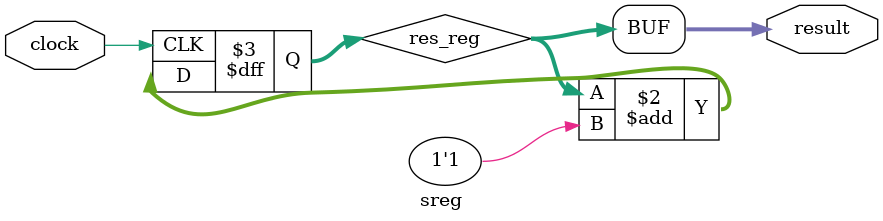
<source format=v>
`include "cypress.v"

module sreg (
	output [7:0] result,
	input clock
);

reg[7:0] res_reg;
reg isr_reg;

always @(posedge clock)
begin
    res_reg = res_reg + 1'b1;
end

assign result = res_reg;

endmodule
</source>
